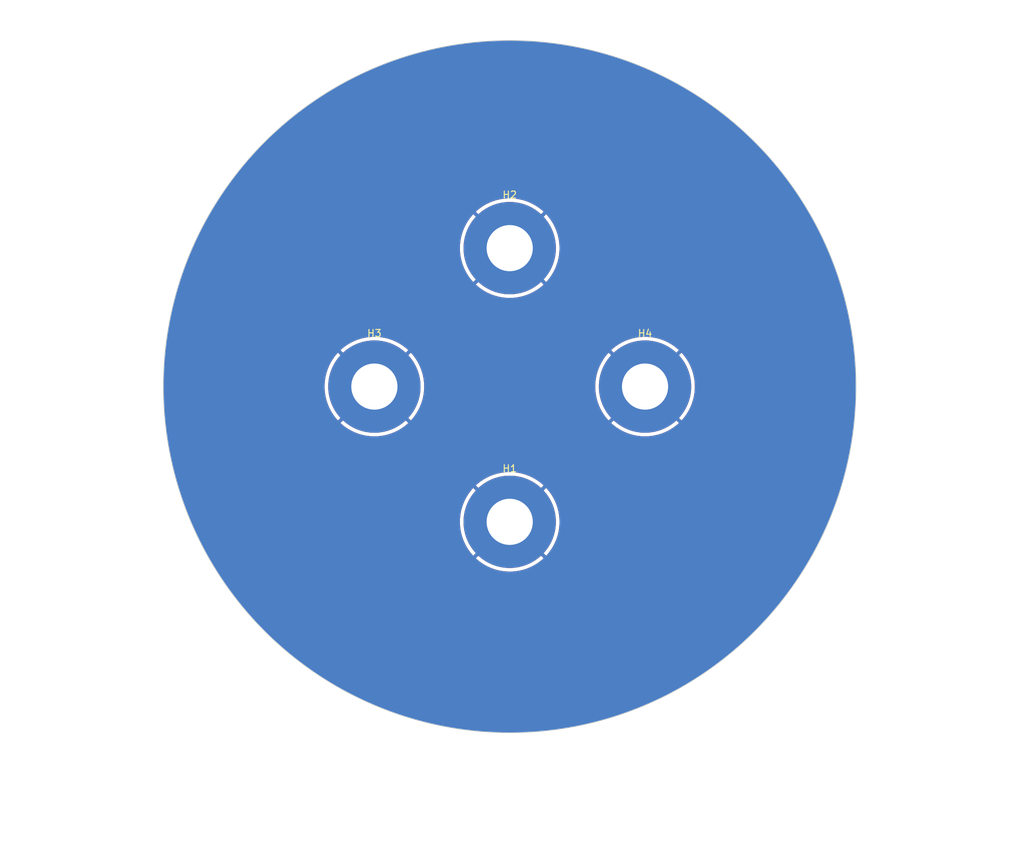
<source format=kicad_pcb>
(kicad_pcb (version 20211014) (generator pcbnew)
  (layers (0 "F.Cu" signal) (31 "B.Cu" signal) (34 "B.Paste" user) (35 "F.Paste" user) (36 "B.SilkS" user "B.Silkscreen") (37 "F.SilkS" user "F.Silkscreen") (38 "B.Mask" user) (39 "F.Mask" user) (44 "Edge.Cuts" user))
  (net 0 "")
  (net 1 "GND")
  (footprint "MountingHole:MountingHole_6.5mm_Pad" (layer "F.Cu") (at 19.05 0)
    (fp_text reference "H4" (at 0 -7.5) (layer "F.SilkS"))
    (fp_text value "MountingHole_Pad")
    (pad "1" thru_hole circle (at 0 0) (size 13 13) (drill 6.5) (layers *.Cu *.Mask) (net 1 "GND"))
  )
  (footprint "MountingHole:MountingHole_6.5mm_Pad" (layer "F.Cu") (at 0 19.05)
    (fp_text reference "H1" (at 0 -7.5) (layer "F.SilkS"))
    (fp_text value "MountingHole_Pad")
    (pad "1" thru_hole circle (at 0 0) (size 13 13) (drill 6.5) (layers *.Cu *.Mask) (net 1 "GND"))
  )
  (footprint "MountingHole:MountingHole_6.5mm_Pad" (layer "F.Cu") (at 0 -19.5)
    (fp_text reference "H2" (at 0 -7.5) (layer "F.SilkS"))
    (fp_text value "MountingHole_Pad")
    (pad "1" thru_hole circle (at 0 0) (size 13 13) (drill 6.5) (layers *.Cu *.Mask) (net 1 "GND"))
  )
  (footprint "MountingHole:MountingHole_6.5mm_Pad" (layer "F.Cu") (at -19.05 0)
    (fp_text reference "H3" (at 0 -7.5) (layer "F.SilkS"))
    (fp_text value "MountingHole_Pad")
    (pad "1" thru_hole circle (at 0 0) (size 13 13) (drill 6.5) (layers *.Cu *.Mask) (net 1 "GND"))
  )
  (gr_circle (center 0 0) (end 48.76 0) (layer "Edge.Cuts") (width 0.1) (fill none))
  (zone (net 1) (net_name "GND") (layers F&B.Cu) (connect_pads (clearance 0)) (min_thickness 0.254) (fill yes (thermal_gap 0.508) (thermal_bridge_width 0.508))
    (polygon (pts (xy 72.417892 -54.355737) (xy 69.3 65.3) (xy -71.75 62.35) (xy -68.5 -54.45)))
  )
)
</source>
